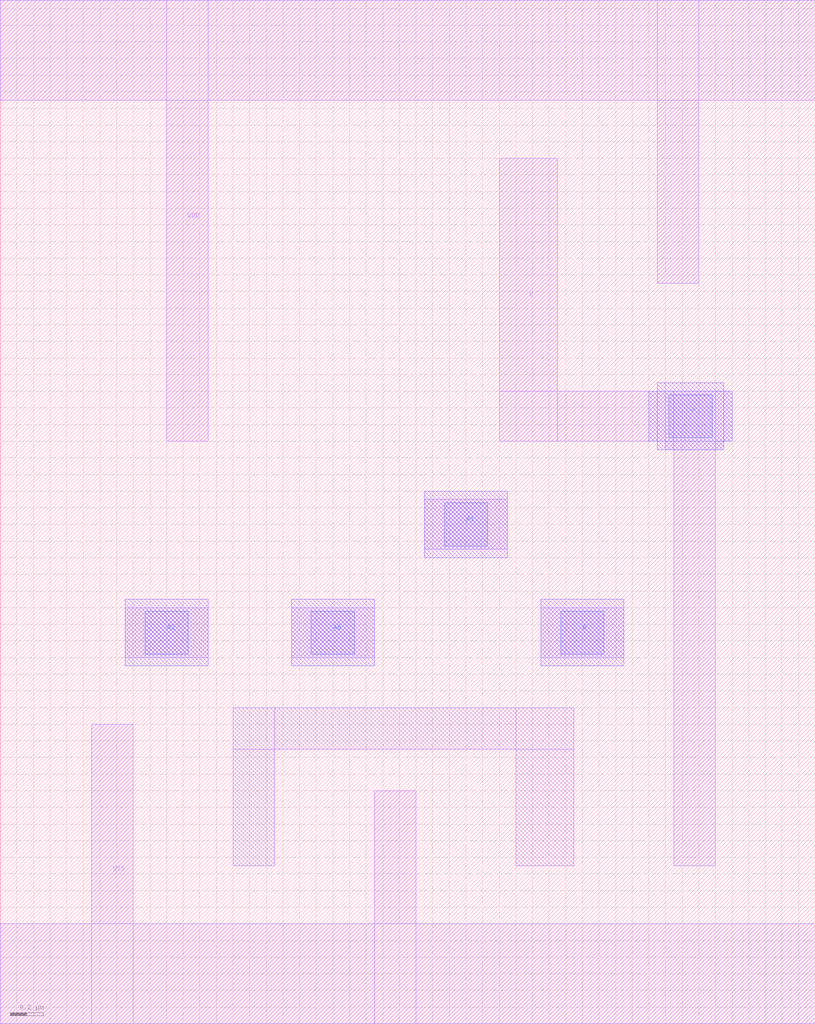
<source format=lef>
# Copyright 2022 Google LLC
# Licensed under the Apache License, Version 2.0 (the "License");
# you may not use this file except in compliance with the License.
# You may obtain a copy of the License at
#
#      http://www.apache.org/licenses/LICENSE-2.0
#
# Unless required by applicable law or agreed to in writing, software
# distributed under the License is distributed on an "AS IS" BASIS,
# WITHOUT WARRANTIES OR CONDITIONS OF ANY KIND, either express or implied.
# See the License for the specific language governing permissions and
# limitations under the License.
VERSION 5.7 ;
BUSBITCHARS "[]" ;
DIVIDERCHAR "/" ;

MACRO gf180mcu_osu_sc_gp9t3v3__oai31_1
  CLASS CORE ;
  ORIGIN 0 0 ;
  FOREIGN gf180mcu_osu_sc_gp9t3v3__oai31_1 0 0 ;
  SIZE 4.9 BY 6.15 ;
  SYMMETRY X Y ;
  SITE GF180_3p3_12t ;
  PIN VDD
    DIRECTION INOUT ;
    USE POWER ;
    SHAPE ABUTMENT ;
    PORT
      LAYER MET1 ;
        RECT 0 5.55 4.9 6.15 ;
        RECT 3.95 4.45 4.2 6.15 ;
        RECT 1 3.5 1.25 6.15 ;
    END
  END VDD
  PIN VSS
    DIRECTION INOUT ;
    USE GROUND ;
    PORT
      LAYER MET1 ;
        RECT 0 0 4.9 0.6 ;
        RECT 2.25 0 2.5 1.4 ;
        RECT 0.55 0 0.8 1.8 ;
    END
  END VSS
  PIN A0
    DIRECTION INPUT ;
    USE SIGNAL ;
    PORT
      LAYER MET1 ;
        RECT 1.75 2.2 2.25 2.5 ;
      LAYER MET2 ;
        RECT 1.75 2.15 2.25 2.55 ;
      LAYER VIA12 ;
        RECT 1.87 2.22 2.13 2.48 ;
    END
  END A0
  PIN A1
    DIRECTION INPUT ;
    USE SIGNAL ;
    PORT
      LAYER MET1 ;
        RECT 2.55 2.85 3.05 3.15 ;
      LAYER MET2 ;
        RECT 2.55 2.8 3.05 3.2 ;
      LAYER VIA12 ;
        RECT 2.67 2.87 2.93 3.13 ;
    END
  END A1
  PIN A2
    DIRECTION INPUT ;
    USE SIGNAL ;
    PORT
      LAYER MET1 ;
        RECT 0.75 2.2 1.25 2.5 ;
      LAYER MET2 ;
        RECT 0.75 2.15 1.25 2.55 ;
      LAYER VIA12 ;
        RECT 0.87 2.22 1.13 2.48 ;
    END
  END A2
  PIN B
    DIRECTION INPUT ;
    USE SIGNAL ;
    PORT
      LAYER MET1 ;
        RECT 3.25 2.2 3.75 2.5 ;
      LAYER MET2 ;
        RECT 3.25 2.15 3.75 2.55 ;
      LAYER VIA12 ;
        RECT 3.37 2.22 3.63 2.48 ;
    END
  END B
  PIN Y
    DIRECTION OUTPUT ;
    USE SIGNAL ;
    PORT
      LAYER MET1 ;
        RECT 3 3.5 4.4 3.8 ;
        RECT 4 3.45 4.35 3.8 ;
        RECT 4.05 0.95 4.3 3.8 ;
        RECT 3 3.5 3.35 5.2 ;
      LAYER MET2 ;
        RECT 3.9 3.5 4.4 3.8 ;
        RECT 3.95 3.45 4.35 3.85 ;
      LAYER VIA12 ;
        RECT 4.02 3.52 4.28 3.78 ;
    END
  END Y
  OBS
    LAYER MET1 ;
      RECT 1.4 1.65 3.45 1.9 ;
      RECT 3.1 0.95 3.45 1.9 ;
      RECT 1.4 0.95 1.65 1.9 ;
  END
END gf180mcu_osu_sc_gp9t3v3__oai31_1

</source>
